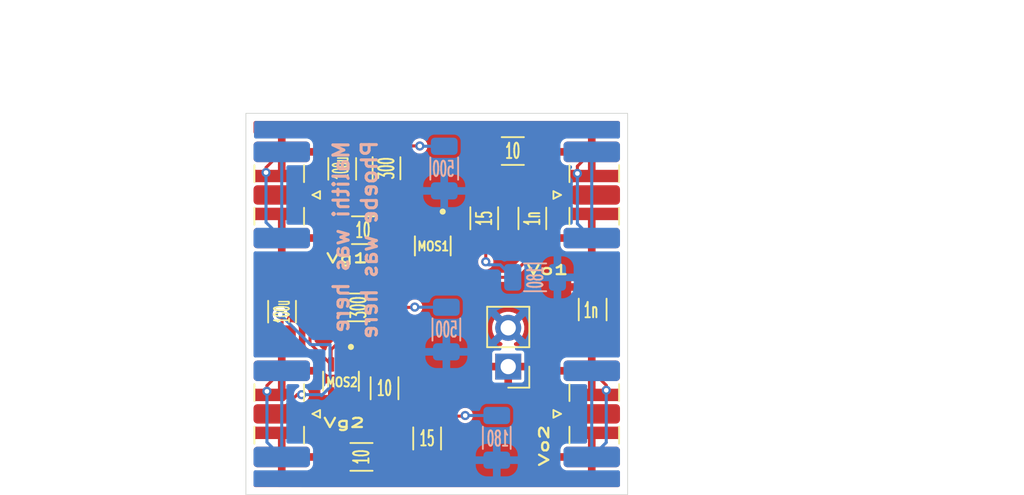
<source format=kicad_pcb>
(kicad_pcb (version 20241229) (generator "pcbnew") (generator_version "9.0")
  (layers (0 "F.Cu" signal) (2 "B.Cu" signal) (13 "F.Paste" user) (15 "B.Paste" user) (5 "F.SilkS" user "F.Silkscreen") (7 "B.SilkS" user "B.Silkscreen") (1 "F.Mask" user) (3 "B.Mask" user) (25 "Edge.Cuts" user))
  (net 0 "")
  (net 1 "/Vout1")
  (net 2 "Vgate1")
  (net 3 "Vgate2")
  (net 4 "Vdd")
  (net 5 "Net-(MOS2-G)")
  (net 9 "GND")
  (net 10 "/Vout2")
  (net 11 "Net-(MOS1-G)")
  (net 13 "Net-(R1-Pad2)")
  (net 14 "Net-(R2-Pad2)")
  (net 15 "Net-(R1-Pad1)")
  (net 16 "Net-(R10-Pad2)")
  (net 17 "Net-(R11-Pad2)")
  (net 18 "Net-(R12-Pad2)")
  (footprint "sim_foot:TRANS_JFE150DCKR" (layer "F.Cu") (at 106.23 117.56 -90)
    (property "Reference" "MOS2" (at 0.07 -0.06 0) (layer "F.SilkS") (effects (font (size 0.6 0.5) (thickness 0.125))))
    (property "Value" "JFE150DCKR" (hide yes))
    (fp_line (start -0.625 1.17) (end 0.625 1.17) (stroke (width 0.127)) (layer "F.SilkS"))
    (fp_line (start -0.625 -1.17) (end 0.625 -1.17) (stroke (width 0.127)) (layer "F.SilkS"))
    (fp_circle (center -2.25 -0.65) (end -2.15 -0.65) (stroke (width 0.2)) (fill no) (layer "F.SilkS"))
    (pad "1" smd roundrect (at -1.1 -0.65 270) (size 0.95 0.4) (layers "F.Cu" "F.Paste") (roundrect_rratio 0.125))
    (pad "2" smd roundrect (at -1.1 0 270) (size 0.95 0.4) (layers "F.Cu" "F.Paste") (roundrect_rratio 0.125))
    (pad "3" smd roundrect (at -1.1 0.65 270) (size 0.95 0.4) (layers "F.Cu" "F.Paste") (roundrect_rratio 0.125) (net 5 "Net-(MOS2-G)"))
    (pad "4" smd roundrect (at 1.1 0.65 270) (size 0.95 0.4) (layers "F.Cu" "F.Paste") (roundrect_rratio 0.125) (net 9 "GND"))
    (pad "5" smd roundrect (at 1.1 -0.65 270) (size 0.95 0.4) (layers "F.Cu" "F.Paste") (roundrect_rratio 0.125) (net 10 "/Vout2"))
  )
  (footprint "Connector_Coaxial:SMA_Samtec_SMA-J-P-H-ST-EM1_EdgeMount" (layer "F.Cu") (at 102.1 105.35 180)
    (property "Reference" "J1" (hide yes))
    (property "Value" "Conn_Coaxial" (hide yes))
    (fp_line (start 1.54 1.95) (end 1.54 0.84) (stroke (width 0.12)) (layer "F.SilkS"))
    (fp_line (start 1.54 -0.84) (end 1.54 -1.95) (stroke (width 0.12)) (layer "F.SilkS"))
    (fp_line (start -1.71 1.95) (end -1.71 0.84) (stroke (width 0.12)) (layer "F.SilkS"))
    (fp_line (start -1.71 -0.84) (end -1.71 -1.95) (stroke (width 0.12)) (layer "F.SilkS"))
    (fp_line (start -2.26 0) (end -2.76 -0.25) (stroke (width 0.12)) (layer "F.SilkS"))
    (fp_line (start -2.76 0.25) (end -2.26 0) (stroke (width 0.12)) (layer "F.SilkS"))
    (fp_line (start -2.76 -0.25) (end -2.76 0.25) (stroke (width 0.12)) (layer "F.SilkS"))
    (fp_text user "Vg1" (at -4.52 -4.15 180) (layer "F.SilkS") (effects (font (size 0.6 1))))
    (pad "1" smd roundrect (at 0 0 270) (size 1.27 3.2) (layers "F.Cu" "F.Mask") (roundrect_rratio 0.1968503937) (net 2 "Vgate1"))
    (pad "2" smd roundrect (at -0.25 -2.825 270) (size 1.35 3.7) (layers "F.Cu" "F.Mask") (roundrect_rratio 0.1851851852) (net 9 "GND"))
    (pad "2" smd roundrect (at -0.25 -2.825 270) (size 1.35 3.7) (layers "B.Cu" "B.Mask") (roundrect_rratio 0.1851851852) (net 9 "GND"))
    (pad "2" smd roundrect (at -0.25 2.825 270) (size 1.35 3.7) (layers "F.Cu" "F.Mask") (roundrect_rratio 0.1851851852) (net 9 "GND"))
    (pad "2" smd roundrect (at -0.25 2.825 270) (size 1.35 3.7) (layers "B.Cu" "B.Mask") (roundrect_rratio 0.1851851852) (net 9 "GND"))
  )
  (footprint "Connector_Coaxial:SMA_Samtec_SMA-J-P-H-ST-EM1_EdgeMount" (layer "F.Cu") (at 122.9 105.35)
    (property "Reference" "Vo1" (at -3.14 4.92 0) (layer "F.SilkS") (effects (font (size 0.6 1))))
    (property "Value" "Conn_Coaxial")
    (fp_line (start -2.76 -0.25) (end -2.76 0.25) (stroke (width 0.12)) (layer "F.SilkS"))
    (fp_line (start -2.76 0.25) (end -2.26 0) (stroke (width 0.12)) (layer "F.SilkS"))
    (fp_line (start -2.26 0) (end -2.76 -0.25) (stroke (width 0.12)) (layer "F.SilkS"))
    (fp_line (start -1.71 -0.84) (end -1.71 -1.95) (stroke (width 0.12)) (layer "F.SilkS"))
    (fp_line (start -1.71 1.95) (end -1.71 0.84) (stroke (width 0.12)) (layer "F.SilkS"))
    (fp_line (start 1.54 -0.84) (end 1.54 -1.95) (stroke (width 0.12)) (layer "F.SilkS"))
    (fp_line (start 1.54 1.95) (end 1.54 0.84) (stroke (width 0.12)) (layer "F.SilkS"))
    (pad "1" smd roundrect (at 0 0 90) (size 1.27 3.2) (layers "F.Cu" "F.Mask") (roundrect_rratio 0.1968503937) (net 1 "/Vout1"))
    (pad "2" smd roundrect (at -0.25 -2.825 90) (size 1.35 3.7) (layers "F.Cu" "F.Mask") (roundrect_rratio 0.1851851852) (net 9 "GND"))
    (pad "2" smd roundrect (at -0.25 -2.825 90) (size 1.35 3.7) (layers "B.Cu" "B.Mask") (roundrect_rratio 0.1851851852) (net 9 "GND"))
    (pad "2" smd roundrect (at -0.25 2.825 90) (size 1.35 3.7) (layers "F.Cu" "F.Mask") (roundrect_rratio 0.1851851852) (net 9 "GND"))
    (pad "2" smd roundrect (at -0.25 2.825 90) (size 1.35 3.7) (layers "B.Cu" "B.Mask") (roundrect_rratio 0.1851851852) (net 9 "GND"))
  )
  (footprint "Connector_PinHeader_2.54mm:PinHeader_1x02_P2.54mm_Vertical" (layer "F.Cu") (at 117.18 116.6 180)
    (property "Reference" "J5" (hide yes))
    (property "Value" "Conn_01x02_Pin" (hide yes))
    (fp_line (start 1.38 1.27) (end 1.38 3.92) (stroke (width 0.12)) (layer "F.SilkS"))
    (fp_line (start -1.38 3.92) (end 1.38 3.92) (stroke (width 0.12)) (layer "F.SilkS"))
    (fp_line (start -1.38 1.27) (end 1.38 1.27) (stroke (width 0.12)) (layer "F.SilkS"))
    (fp_line (start -1.38 1.27) (end -1.38 3.92) (stroke (width 0.12)) (layer "F.SilkS"))
    (fp_line (start -1.38 0) (end -1.38 -1.38) (stroke (width 0.12)) (layer "F.SilkS"))
    (fp_line (start -1.38 -1.38) (end 0 -1.38) (stroke (width 0.12)) (layer "F.SilkS"))
    (pad "1" thru_hole rect (at 0 0 180) (size 1.7 1.7) (drill 1) (layers "*.Cu" "*.Mask") (net 9 "GND"))
    (pad "2" thru_hole circle (at 0 2.54 180) (size 1.7 1.7) (drill 1) (layers "*.Cu" "*.Mask") (net 4 "Vdd"))
  )
  (footprint "Capacitor_SMD:C_1206_3216Metric" (layer "F.Cu") (at 102.37 113 90)
    (property "Reference" "C4" (hide yes))
    (property "Value" "100u" (at 0 0 90) (layer "F.SilkS") (effects (font (size 1 0.4) (thickness 0.1))))
    (fp_line (start -0.711252 -0.91) (end 0.711252 -0.91) (stroke (width 0.12)) (layer "F.SilkS"))
    (fp_line (start -0.711252 0.91) (end 0.711252 0.91) (stroke (width 0.12)) (layer "F.SilkS"))
    (pad "1" smd roundrect (at -1.475 0 90) (size 1.15 1.8) (layers "F.Cu" "F.Mask" "F.Paste") (roundrect_rratio 0.217391) (net 3 "Vgate2"))
    (pad "2" smd roundrect (at 1.475 0 90) (size 1.15 1.8) (layers "F.Cu" "F.Mask" "F.Paste") (roundrect_rratio 0.217391) (net 5 "Net-(MOS2-G)"))
  )
  (footprint "Resistor_SMD:R_1206_3216Metric" (layer "F.Cu") (at 111.87 121.31 -90)
    (property "Reference" "R2" (hide yes))
    (property "Value" "15" (at 0 0 0) (layer "F.SilkS") (effects (font (size 1 0.5) (thickness 0.125))))
    (fp_line (start -0.727064 0.91) (end 0.727064 0.91) (stroke (width 0.12)) (layer "F.SilkS"))
    (fp_line (start -0.727064 -0.91) (end 0.727064 -0.91) (stroke (width 0.12)) (layer "F.SilkS"))
    (pad "1" smd roundrect (at -1.4625 0 270) (size 1.125 1.75) (layers "F.Cu" "F.Mask" "F.Paste") (roundrect_rratio 0.222222) (net 16 "Net-(R10-Pad2)"))
    (pad "2" smd roundrect (at 1.4625 0 270) (size 1.125 1.75) (layers "F.Cu" "F.Mask" "F.Paste") (roundrect_rratio 0.222222) (net 14 "Net-(R2-Pad2)"))
  )
  (footprint "Capacitor_SMD:C_1206_3216Metric" (layer "F.Cu") (at 122.71 112.86 -90)
    (property "Reference" "C2" (hide yes))
    (property "Value" "1n" (at 0.05 0.1 0) (layer "F.SilkS") (effects (font (size 1 0.5) (thickness 0.125))))
    (fp_line (start -0.711252 0.91) (end 0.711252 0.91) (stroke (width 0.12)) (layer "F.SilkS"))
    (fp_line (start -0.711252 -0.91) (end 0.711252 -0.91) (stroke (width 0.12)) (layer "F.SilkS"))
    (pad "1" smd roundrect (at -1.475 0 270) (size 1.15 1.8) (layers "F.Cu" "F.Mask" "F.Paste") (roundrect_rratio 0.217391) (net 9 "GND"))
    (pad "2" smd roundrect (at 1.475 0 270) (size 1.15 1.8) (layers "F.Cu" "F.Mask" "F.Paste") (roundrect_rratio 0.217391) (net 10 "/Vout2"))
  )
  (footprint "Capacitor_SMD:C_1206_3216Metric" (layer "F.Cu") (at 118.76 106.89 -90)
    (property "Reference" "C1" (hide yes))
    (property "Value" "1n" (at 0 0 90) (layer "F.SilkS") (effects (font (size 1 0.5) (thickness 0.125))))
    (fp_line (start -0.711252 0.91) (end 0.711252 0.91) (stroke (width 0.12)) (layer "F.SilkS"))
    (fp_line (start -0.711252 -0.91) (end 0.711252 -0.91) (stroke (width 0.12)) (layer "F.SilkS"))
    (pad "1" smd roundrect (at -1.475 0 270) (size 1.15 1.8) (layers "F.Cu" "F.Mask" "F.Paste") (roundrect_rratio 0.217391) (net 9 "GND"))
    (pad "2" smd roundrect (at 1.475 0 270) (size 1.15 1.8) (layers "F.Cu" "F.Mask" "F.Paste") (roundrect_rratio 0.217391) (net 1 "/Vout1"))
  )
  (footprint "Resistor_SMD:R_1206_3216Metric" (layer "F.Cu") (at 107.38 112.72 180)
    (property "Reference" "R6" (hide yes))
    (property "Value" "300" (at 0 0 90) (layer "F.SilkS") (effects (font (size 1 0.5) (thickness 0.125))))
    (fp_line (start -0.727064 0.91) (end 0.727064 0.91) (stroke (width 0.12)) (layer "F.SilkS"))
    (fp_line (start -0.727064 -0.91) (end 0.727064 -0.91) (stroke (width 0.12)) (layer "F.SilkS"))
    (pad "1" smd roundrect (at -1.4625 0 180) (size 1.125 1.75) (layers "F.Cu" "F.Mask" "F.Paste") (roundrect_rratio 0.222222) (net 18 "Net-(R12-Pad2)"))
    (pad "2" smd roundrect (at 1.4625 0 180) (size 1.125 1.75) (layers "F.Cu" "F.Mask" "F.Paste") (roundrect_rratio 0.222222) (net 5 "Net-(MOS2-G)"))
  )
  (footprint "Resistor_SMD:R_1206_3216Metric" (layer "F.Cu") (at 115.61 106.88 90)
    (property "Reference" "R1" (hide yes))
    (property "Value" "15" (at 0 0 90) (layer "F.SilkS") (effects (font (size 1 0.5) (thickness 0.125))))
    (fp_line (start -0.727064 -0.91) (end 0.727064 -0.91) (stroke (width 0.12)) (layer "F.SilkS"))
    (fp_line (start -0.727064 0.91) (end 0.727064 0.91) (stroke (width 0.12)) (layer "F.SilkS"))
    (pad "1" smd roundrect (at -1.4625 0 90) (size 1.125 1.75) (layers "F.Cu" "F.Mask" "F.Paste") (roundrect_rratio 0.222222) (net 15 "Net-(R1-Pad1)"))
    (pad "2" smd roundrect (at 1.4625 0 90) (size 1.125 1.75) (layers "F.Cu" "F.Mask" "F.Paste") (roundrect_rratio 0.222222) (net 13 "Net-(R1-Pad2)"))
  )
  (footprint "Resistor_SMD:R_1206_3216Metric" (layer "F.Cu") (at 107.57 122.52 180)
    (property "Reference" "R4" (hide yes))
    (property "Value" "10" (at 0 0 90) (layer "F.SilkS") (effects (font (size 1 0.5) (thickness 0.125))))
    (fp_line (start -0.727064 0.91) (end 0.727064 0.91) (stroke (width 0.12)) (layer "F.SilkS"))
    (fp_line (start -0.727064 -0.91) (end 0.727064 -0.91) (stroke (width 0.12)) (layer "F.SilkS"))
    (pad "1" smd roundrect (at -1.4625 0 180) (size 1.125 1.75) (layers "F.Cu" "F.Mask" "F.Paste") (roundrect_rratio 0.222222) (net 14 "Net-(R2-Pad2)"))
    (pad "2" smd roundrect (at 1.4625 0 180) (size 1.125 1.75) (layers "F.Cu" "F.Mask" "F.Paste") (roundrect_rratio 0.222222) (net 10 "/Vout2"))
  )
  (footprint "Resistor_SMD:R_1206_3216Metric" (layer "F.Cu") (at 109.08 118.02 -90)
    (property "Reference" "R8" (hide yes))
    (property "Value" "10" (at 0 0 0) (layer "F.SilkS") (effects (font (size 1 0.5) (thickness 0.125))))
    (fp_line (start -0.727064 0.91) (end 0.727064 0.91) (stroke (width 0.12)) (layer "F.SilkS"))
    (fp_line (start -0.727064 -0.91) (end 0.727064 -0.91) (stroke (width 0.12)) (layer "F.SilkS"))
    (pad "1" smd roundrect (at -1.4625 0 270) (size 1.125 1.75) (layers "F.Cu" "F.Mask" "F.Paste") (roundrect_rratio 0.222222) (net 5 "Net-(MOS2-G)"))
    (pad "2" smd roundrect (at 1.4625 0 270) (size 1.125 1.75) (layers "F.Cu" "F.Mask" "F.Paste") (roundrect_rratio 0.222222) (net 9 "GND"))
  )
  (footprint "Connector_Coaxial:SMA_Samtec_SMA-J-P-H-ST-EM1_EdgeMount" (layer "F.Cu") (at 122.9 119.7)
    (property "Reference" "Vo2" (at -3.37 2.08 270) (layer "F.SilkS") (effects (font (size 0.6 1))))
    (property "Value" "Conn_Coaxial")
    (fp_line (start -2.76 -0.25) (end -2.76 0.25) (stroke (width 0.12)) (layer "F.SilkS"))
    (fp_line (start -2.76 0.25) (end -2.26 0) (stroke (width 0.12)) (layer "F.SilkS"))
    (fp_line (start -2.26 0) (end -2.76 -0.25) (stroke (width 0.12)) (layer "F.SilkS"))
    (fp_line (start -1.71 -0.84) (end -1.71 -1.95) (stroke (width 0.12)) (layer "F.SilkS"))
    (fp_line (start -1.71 1.95) (end -1.71 0.84) (stroke (width 0.12)) (layer "F.SilkS"))
    (fp_line (start 1.54 -0.84) (end 1.54 -1.95) (stroke (width 0.12)) (layer "F.SilkS"))
    (fp_line (start 1.54 1.95) (end 1.54 0.84) (stroke (width 0.12)) (layer "F.SilkS"))
    (pad "1" smd roundrect (at 0 0 90) (size 1.27 3.2) (layers "F.Cu" "F.Mask") (roundrect_rratio 0.1968503937) (net 10 "/Vout2"))
    (pad "2" smd roundrect (at -0.25 -2.825 90) (size 1.35 3.7) (layers "F.Cu" "F.Mask") (roundrect_rratio 0.1851851852) (net 9 "GND"))
    (pad "2" smd roundrect (at -0.25 -2.825 90) (size 1.35 3.7) (layers "B.Cu" "B.Mask") (roundrect_rratio 0.1851851852) (net 9 "GND"))
    (pad "2" smd roundrect (at -0.25 2.825 90) (size 1.35 3.7) (layers "F.Cu" "F.Mask") (roundrect_rratio 0.1851851852) (net 9 "GND"))
    (pad "2" smd roundrect (at -0.25 2.825 90) (size 1.35 3.7) (layers "B.Cu" "B.Mask") (roundrect_rratio 0.1851851852) (net 9 "GND"))
  )
  (footprint "Resistor_SMD:R_1206_3216Metric" (layer "F.Cu") (at 117.48 102.47)
    (property "Reference" "R3" (hide yes))
    (property "Value" "10" (at 0 0 0) (layer "F.SilkS") (effects (font (size 1 0.5) (thickness 0.125))))
    (fp_line (start -0.727064 -0.91) (end 0.727064 -0.91) (stroke (width 0.12)) (layer "F.SilkS"))
    (fp_line (start -0.727064 0.91) (end 0.727064 0.91) (stroke (width 0.12)) (layer "F.SilkS"))
    (pad "1" smd roundrect (at -1.4625 0) (size 1.125 1.75) (layers "F.Cu" "F.Mask" "F.Paste") (roundrect_rratio 0.222222) (net 13 "Net-(R1-Pad2)"))
    (pad "2" smd roundrect (at 1.4625 0) (size 1.125 1.75) (layers "F.Cu" "F.Mask" "F.Paste") (roundrect_rratio 0.222222) (net 1 "/Vout1"))
  )
  (footprint "Connector_Coaxial:SMA_Samtec_SMA-J-P-H-ST-EM1_EdgeMount" (layer "F.Cu") (at 102.1 119.7 180)
    (property "Reference" "J2" (hide yes))
    (property "Value" "Conn_Coaxial" (hide yes))
    (fp_line (start 1.54 1.95) (end 1.54 0.84) (stroke (width 0.12)) (layer "F.SilkS"))
    (fp_line (start 1.54 -0.84) (end 1.54 -1.95) (stroke (width 0.12)) (layer "F.SilkS"))
    (fp_line (start -1.71 1.95) (end -1.71 0.84) (stroke (width 0.12)) (layer "F.SilkS"))
    (fp_line (start -1.71 -0.84) (end -1.71 -1.95) (stroke (width 0.12)) (layer "F.SilkS"))
    (fp_line (start -2.26 0) (end -2.76 -0.25) (stroke (width 0.12)) (layer "F.SilkS"))
    (fp_line (start -2.76 0.25) (end -2.26 0) (stroke (width 0.12)) (layer "F.SilkS"))
    (fp_line (start -2.76 -0.25) (end -2.76 0.25) (stroke (width 0.12)) (layer "F.SilkS"))
    (fp_text user "Vg2" (at -4.33 -0.59 180) (layer "F.SilkS") (effects (font (size 0.6 1))))
    (pad "1" smd roundrect (at 0 0 270) (size 1.27 3.2) (layers "F.Cu" "F.Mask") (roundrect_rratio 0.1968503937) (net 3 "Vgate2"))
    (pad "2" smd roundrect (at -0.25 -2.825 270) (size 1.35 3.7) (layers "F.Cu" "F.Mask") (roundrect_rratio 0.1851851852) (net 9 "GND"))
    (pad "2" smd roundrect (at -0.25 -2.825 270) (size 1.35 3.7) (layers "B.Cu" "B.Mask") (roundrect_rratio 0.1851851852) (net 9 "GND"))
    (pad "2" smd roundrect (at -0.25 2.825 270) (size 1.35 3.7) (layers "F.Cu" "F.Mask") (roundrect_rratio 0.1851851852) (net 9 "GND"))
    (pad "2" smd roundrect (at -0.25 2.825 270) (size 1.35 3.7) (layers "B.Cu" "B.Mask") (roundrect_rratio 0.1851851852) (net 9 "GND"))
  )
  (footprint "sim_foot:TRANS_JFE150DCKR" (layer "F.Cu") (at 112.24 108.69 -90)
    (property "Reference" "MOS1" (at 0.03 -0.03 0) (layer "F.SilkS") (effects (font (size 0.6 0.5) (thickness 0.125))))
    (property "Value" "JFE150DCKR" (hide yes))
    (fp_line (start -0.625 1.17) (end 0.625 1.17) (stroke (width 0.127)) (layer "F.SilkS"))
    (fp_line (start -0.625 -1.17) (end 0.625 -1.17) (stroke (width 0.127)) (layer "F.SilkS"))
    (fp_circle (center -2.25 -0.65) (end -2.15 -0.65) (stroke (width 0.2)) (fill no) (layer "F.SilkS"))
    (pad "1" smd roundrect (at -1.1 -0.65 270) (size 0.95 0.4) (layers "F.Cu" "F.Paste") (roundrect_rratio 0.125))
    (pad "2" smd roundrect (at -1.1 0 270) (size 0.95 0.4) (layers "F.Cu" "F.Paste") (roundrect_rratio 0.125))
    (pad "3" smd roundrect (at -1.1 0.65 270) (size 0.95 0.4) (layers "F.Cu" "F.Paste") (roundrect_rratio 0.125) (net 11 "Net-(MOS1-G)"))
    (pad "4" smd roundrect (at 1.1 0.65 270) (size 0.95 0.4) (layers "F.Cu" "F.Paste") (roundrect_rratio 0.125) (net 9 "GND"))
    (pad "5" smd roundrect (at 1.1 -0.65 270) (size 0.95 0.4) (layers "F.Cu" "F.Paste") (roundrect_rratio 0.125) (net 1 "/Vout1"))
  )
  (footprint "Resistor_SMD:R_1206_3216Metric" (layer "F.Cu") (at 109.21 103.6 -90)
    (property "Reference" "R5" (hide yes))
    (property "Value" "300" (at 0 0 90) (layer "F.SilkS") (effects (font (size 1 0.5) (thickness 0.125))))
    (fp_line (start -0.727064 0.91) (end 0.727064 0.91) (stroke (width 0.12)) (layer "F.SilkS"))
    (fp_line (start -0.727064 -0.91) (end 0.727064 -0.91) (stroke (width 0.12)) (layer "F.SilkS"))
    (pad "1" smd roundrect (at -1.4625 0 270) (size 1.125 1.75) (layers "F.Cu" "F.Mask" "F.Paste") (roundrect_rratio 0.222222) (net 17 "Net-(R11-Pad2)"))
    (pad "2" smd roundrect (at 1.4625 0 270) (size 1.125 1.75) (layers "F.Cu" "F.Mask" "F.Paste") (roundrect_rratio 0.222222) (net 11 "Net-(MOS1-G)"))
  )
  (footprint "Capacitor_SMD:C_1206_3216Metric" (layer "F.Cu") (at 106.31 103.64 90)
    (property "Reference" "C3" (hide yes))
    (property "Value" "100u" (at 0.05 -0.09 90) (layer "F.SilkS") (effects (font (size 1 0.4) (thickness 0.1))))
    (fp_line (start -0.711252 -0.91) (end 0.711252 -0.91) (stroke (width 0.12)) (layer "F.SilkS"))
    (fp_line (start -0.711252 0.91) (end 0.711252 0.91) (stroke (width 0.12)) (layer "F.SilkS"))
    (pad "1" smd roundrect (at -1.475 0 90) (size 1.15 1.8) (layers "F.Cu" "F.Mask" "F.Paste") (roundrect_rratio 0.217391) (net 11 "Net-(MOS1-G)"))
    (pad "2" smd roundrect (at 1.475 0 90) (size 1.15 1.8) (layers "F.Cu" "F.Mask" "F.Paste") (roundrect_rratio 0.217391) (net 2 "Vgate1"))
  )
  (footprint "Resistor_SMD:R_1206_3216Metric" (layer "F.Cu") (at 107.67 107.66 180)
    (property "Reference" "R7" (hide yes))
    (property "Value" "10" (at 0 0 0) (layer "F.SilkS") (effects (font (size 1 0.5) (thickness 0.125))))
    (fp_line (start -0.727064 0.91) (end 0.727064 0.91) (stroke (width 0.12)) (layer "F.SilkS"))
    (fp_line (start -0.727064 -0.91) (end 0.727064 -0.91) (stroke (width 0.12)) (layer "F.SilkS"))
    (pad "1" smd roundrect (at -1.4625 0 180) (size 1.125 1.75) (layers "F.Cu" "F.Mask" "F.Paste") (roundrect_rratio 0.222222) (net 11 "Net-(MOS1-G)"))
    (pad "2" smd roundrect (at 1.4625 0 180) (size 1.125 1.75) (layers "F.Cu" "F.Mask" "F.Paste") (roundrect_rratio 0.222222) (net 9 "GND"))
  )
  (footprint "Resistor_SMD:R_1206_3216Metric" (layer "B.Cu") (at 118.94 110.75 180)
    (property "Reference" "R9" (hide yes))
    (property "Value" "180" (at -0.02 -0.01 90) (layer "B.SilkS") (effects (font (size 1 0.5) (thickness 0.125)) (justify mirror)))
    (fp_line (start -0.727064 0.91) (end 0.727064 0.91) (stroke (width 0.12)) (layer "B.SilkS"))
    (fp_line (start -0.727064 -0.91) (end 0.727064 -0.91) (stroke (width 0.12)) (layer "B.SilkS"))
    (pad "1" smd roundrect (at -1.4625 0 180) (size 1.125 1.75) (layers "B.Cu" "B.Mask" "B.Paste") (roundrect_rratio 0.222222) (net 4 "Vdd"))
    (pad "2" smd roundrect (at 1.4625 0 180) (size 1.125 1.75) (layers "B.Cu" "B.Mask" "B.Paste") (roundrect_rratio 0.222222) (net 15 "Net-(R1-Pad1)"))
  )
  (footprint "Resistor_SMD:R_1206_3216Metric" (layer "B.Cu") (at 113.13 114.17 90)
    (property "Reference" "R12" (hide yes))
    (property "Value" "500" (at -0.01 0 0) (layer "B.SilkS") (effects (font (size 1 0.5) (thickness 0.125)) (justify mirror)))
    (fp_line (start -0.727064 -0.91) (end 0.727064 -0.91) (stroke (width 0.12)) (layer "B.SilkS"))
    (fp_line (start -0.727064 0.91) (end 0.727064 0.91) (stroke (width 0.12)) (layer "B.SilkS"))
    (pad "1" smd roundrect (at -1.4625 0 90) (size 1.125 1.75) (layers "B.Cu" "B.Mask" "B.Paste") (roundrect_rratio 0.222222) (net 4 "Vdd"))
    (pad "2" smd roundrect (at 1.4625 0 90) (size 1.125 1.75) (layers "B.Cu" "B.Mask" "B.Paste") (roundrect_rratio 0.222222) (net 18 "Net-(R12-Pad2)"))
  )
  (footprint "Resistor_SMD:R_1206_3216Metric" (layer "B.Cu") (at 112.99 103.62 90)
    (property "Reference" "R11" (hide yes))
    (property "Value" "500" (at -0.03 -0.06 180) (layer "B.SilkS") (effects (font (size 1 0.5) (thickness 0.125)) (justify mirror)))
    (fp_line (start -0.727064 -0.91) (end 0.727064 -0.91) (stroke (width 0.12)) (layer "B.SilkS"))
    (fp_line (start -0.727064 0.91) (end 0.727064 0.91) (stroke (width 0.12)) (layer "B.SilkS"))
    (pad "1" smd roundrect (at -1.4625 0 90) (size 1.125 1.75) (layers "B.Cu" "B.Mask" "B.Paste") (roundrect_rratio 0.222222) (net 4 "Vdd"))
    (pad "2" smd roundrect (at 1.4625 0 90) (size 1.125 1.75) (layers "B.Cu" "B.Mask" "B.Paste") (roundrect_rratio 0.222222) (net 17 "Net-(R11-Pad2)"))
  )
  (footprint "Resistor_SMD:R_1206_3216Metric" (layer "B.Cu") (at 116.43 121.27 90)
    (property "Reference" "180" (at -0.06 0.07 0) (layer "B.SilkS") (effects (font (size 1 0.5) (thickness 0.125)) (justify mirror)))
    (property "Value" "180Ω")
    (fp_line (start -0.727064 -0.91) (end 0.727064 -0.91) (stroke (width 0.12)) (layer "B.SilkS"))
    (fp_line (start -0.727064 0.91) (end 0.727064 0.91) (stroke (width 0.12)) (layer "B.SilkS"))
    (pad "1" smd roundrect (at -1.4625 0 90) (size 1.125 1.75) (layers "B.Cu" "B.Mask" "B.Paste") (roundrect_rratio 0.222222) (net 4 "Vdd"))
    (pad "2" smd roundrect (at 1.4625 0 90) (size 1.125 1.75) (layers "B.Cu" "B.Mask" "B.Paste") (roundrect_rratio 0.222222) (net 16 "Net-(R10-Pad2)"))
  )
  (gr_rect (start 100 100) (end 125 125) (stroke (width 0.05)) (fill no) (layer "Edge.Cuts"))
  (gr_text "Malithi was here" (at 106.83 101.7 90) (layer "B.SilkS") (effects (font (size 1 1) (thickness 0.2) (bold yes)) (justify left bottom mirror)))
  (gr_text "Phoebe was here" (at 108.68 101.68 90) (layer "B.SilkS") (effects (font (size 1 1) (thickness 0.2) (bold yes)) (justify left bottom mirror)))
  (segment (start 118.82 109.03) (end 118.76 108.97) (width 0.2) (layer "F.Cu") (net 1))
  (segment (start 117.26 110.75) (end 118.82 109.19) (width 0.2) (layer "F.Cu") (net 1))
  (segment (start 118.82 109.19) (end 118.82 109.03) (width 0.2) (layer "F.Cu") (net 1))
  (segment (start 122.9 105.35) (end 121.27 105.35) (width 0.2) (layer "F.Cu") (net 1))
  (segment (start 119.94 104.02) (end 119.94 103.4675) (width 0.2) (layer "F.Cu") (net 1))
  (segment (start 118.76 108.97) (end 118.76 108.365) (width 0.2) (layer "F.Cu") (net 1))
  (segment (start 119.94 103.4675) (end 118.9425 102.47) (width 0.2) (layer "F.Cu") (net 1))
  (segment (start 121.775 105.35) (end 122.9 105.35) (width 0.2) (layer "F.Cu") (net 1))
  (segment (start 118.76 108.365) (end 121.775 105.35) (width 0.2) (layer "F.Cu") (net 1))
  (segment (start 113.85 110.75) (end 117.26 110.75) (width 0.2) (layer "F.Cu") (net 1))
  (segment (start 122.85 105.4) (end 122.9 105.35) (width 0.2) (layer "F.Cu") (net 1))
  (segment (start 121.27 105.35) (end 119.94 104.02) (width 0.2) (layer "F.Cu") (net 1))
  (segment (start 112.89 109.79) (end 113.85 110.75) (width 0.2) (layer "F.Cu") (net 1))
  (segment (start 105.34 103.135) (end 106.31 102.165) (width 0.2) (layer "F.Cu") (net 2))
  (segment (start 102.1 105.35) (end 103.77 105.35) (width 0.2) (layer "F.Cu") (net 2))
  (segment (start 103.77 105.35) (end 105.34 103.78) (width 0.2) (layer "F.Cu") (net 2))
  (segment (start 105.34 103.78) (end 105.34 103.135) (width 0.2) (layer "F.Cu") (net 2))
  (segment (start 102.1 119.7) (end 103.36 118.44) (width 0.2) (layer "F.Cu") (net 3))
  (segment (start 103.36 118.44) (end 103.65 118.44) (width 0.2) (layer "F.Cu") (net 3))
  (segment (start 102.37 114.475) (end 102.37 113.3) (width 0.2) (layer "F.Cu") (net 3))
  (segment (start 102.1 119.7) (end 103.7 119.7) (width 0.2) (layer "F.Cu") (net 3))
  (segment (start 102.37 113.3) (end 102.25 113.18) (width 0.2) (layer "F.Cu") (net 3))
  (via (at 103.65 118.44) (size 0.6) (drill 0.3) (layers "F.Cu" "B.Cu") (net 3))
  (via (at 102.25 113.18) (size 0.6) (drill 0.3) (layers "F.Cu" "B.Cu") (net 3))
  (segment (start 105.51 115.16) (end 105.51 117.95) (width 0.2) (layer "B.Cu") (net 3))
  (segment (start 104.23 115.16) (end 105.51 115.16) (width 0.2) (layer "B.Cu") (net 3))
  (segment (start 102.25 113.18) (end 104.23 115.16) (width 0.2) (layer "B.Cu") (net 3))
  (segment (start 104.96 118.5) (end 104.9 118.44) (width 0.2) (layer "B.Cu") (net 3))
  (segment (start 105.51 117.95) (end 104.96 118.5) (width 0.2) (layer "B.Cu") (net 3))
  (segment (start 104.9 118.44) (end 103.65 118.44) (width 0.2) (layer "B.Cu") (net 3))
  (segment (start 105.58 115.49) (end 106.33 114.74) (width 0.2) (layer "F.Cu") (net 5))
  (segment (start 108.5 114.74) (end 108.52 114.72) (width 0.2) (layer "F.Cu") (net 5))
  (segment (start 106.33 114.74) (end 108.5 114.74) (width 0.2) (layer "F.Cu") (net 5))
  (segment (start 108.52 114.72) (end 109.08 115.28) (width 0.2) (layer "F.Cu") (net 5))
  (segment (start 105.9175 112.72) (end 104.6475 113.99) (width 0.2) (layer "F.Cu") (net 5))
  (segment (start 103.505 111.525) (end 104.2 112.22) (width 0.2) (layer "F.Cu") (net 5))
  (segment (start 104.2 112.22) (end 104.2 114.09) (width 0.2) (layer "F.Cu") (net 5))
  (segment (start 109.08 115.28) (end 109.08 116.5575) (width 0.2) (layer "F.Cu") (net 5))
  (segment (start 104.2 115.13) (end 104.25 115.13) (width 0.2) (layer "F.Cu") (net 5))
  (segment (start 104.25 115.13) (end 105.58 116.46) (width 0.2) (layer "F.Cu") (net 5))
  (segment (start 104.6475 113.99) (end 104.3 113.99) (width 0.2) (layer "F.Cu") (net 5))
  (segment (start 105.58 116.46) (end 105.58 115.49) (width 0.2) (layer "F.Cu") (net 5))
  (segment (start 102.37 111.525) (end 103.505 111.525) (width 0.2) (layer "F.Cu") (net 5))
  (segment (start 104.3 113.99) (end 104.2 114.09) (width 0.2) (layer "F.Cu") (net 5))
  (segment (start 104.2 114.09) (end 104.2 115.13) (width 0.2) (layer "F.Cu") (net 5))
  (segment (start 122.65 102.525) (end 121.71 103.465) (width 0.2) (layer "F.Cu") (net 9))
  (segment (start 102.35 116.875) (end 101.38 117.845) (width 0.2) (layer "F.Cu") (net 9))
  (segment (start 122.525 108.05) (end 122.65 108.175) (width 0.2) (layer "F.Cu") (net 9))
  (segment (start 101.32 103.555) (end 101.32 103.88) (width 0.2) (layer "F.Cu") (net 9))
  (segment (start 122.46 108.365) (end 122.65 108.175) (width 0.2) (layer "F.Cu") (net 9))
  (segment (start 123.6 117.825) (end 123.6 118.15) (width 0.2) (layer "F.Cu") (net 9))
  (segment (start 121.71 103.465) (end 121.71 103.94) (width 0.2) (layer "F.Cu") (net 9))
  (segment (start 101.38 117.845) (end 101.38 118.22) (width 0.2) (layer "F.Cu") (net 9))
  (segment (start 122.65 116.875) (end 123.6 117.825) (width 0.2) (layer "F.Cu") (net 9))
  (segment (start 122.595 102.47) (end 122.65 102.525) (width 0.2) (layer "F.Cu") (net 9))
  (segment (start 102.35 102.525) (end 101.32 103.555) (width 0.2) (layer "F.Cu") (net 9))
  (segment (start 122.3225 122.8525) (end 122.65 122.525) (width 0.2) (layer "F.Cu") (net 9))
  (via (at 101.32 103.88) (size 0.6) (drill 0.3) (layers "F.Cu" "B.Cu") (net 9))
  (via (at 101.38 118.22) (size 0.6) (drill 0.3) (layers "F.Cu" "B.Cu") (net 9))
  (via (at 121.71 103.94) (size 0.6) (drill 0.3) (layers "F.Cu" "B.Cu") (net 9))
  (via (at 123.6 118.15) (size 0.6) (drill 0.3) (layers "F.Cu" "B.Cu") (net 9))
  (segment (start 101.38 121.555) (end 102.35 122.525) (width 0.2) (layer "B.Cu") (net 9))
  (segment (start 122.65 116.875) (end 122.65 122.525) (width 0.2) (layer "B.Cu") (net 9))
  (segment (start 123.6 118.15) (end 123.6 121.575) (width 0.2) (layer "B.Cu") (net 9))
  (segment (start 101.32 107.145) (end 102.35 108.175) (width 0.2) (layer "B.Cu") (net 9))
  (segment (start 102.35 116.875) (end 102.35 122.525) (width 0.2) (layer "B.Cu") (net 9))
  (segment (start 101.32 103.88) (end 101.32 107.145) (width 0.2) (layer "B.Cu") (net 9))
  (segment (start 102.35 102.525) (end 102.35 108.175) (width 0.2) (layer "B.Cu") (net 9))
  (segment (start 122.65 102.525) (end 122.65 108.175) (width 0.2) (layer "B.Cu") (net 9))
  (segment (start 123.6 121.575) (end 122.65 122.525) (width 0.2) (layer "B.Cu") (net 9))
  (segment (start 121.71 103.94) (end 121.71 107.235) (width 0.2) (layer "B.Cu") (net 9))
  (segment (start 121.71 107.235) (end 122.65 108.175) (width 0.2) (layer "B.Cu") (net 9))
  (segment (start 101.38 118.22) (end 101.38 121.555) (width 0.2) (layer "B.Cu") (net 9))
  (segment (start 122.71 114.335) (end 120.665 114.335) (width 0.2) (layer "F.Cu") (net 10))
  (segment (start 107.62 117.92) (end 114.6 117.92) (width 0.2) (layer "F.Cu") (net 10))
  (segment (start 106.88 118.66) (end 107.62 117.92) (width 0.2) (layer "F.Cu") (net 10))
  (segment (start 114.6 117.92) (end 115.22 118.54) (width 0.2) (layer "F.Cu") (net 10))
  (segment (start 120.68 119.7) (end 122.9 119.7) (width 0.2) (layer "F.Cu") (net 10))
  (segment (start 106.28 122.3475) (end 106.1075 122.52) (width 0.2) (layer "F.Cu") (net 10))
  (segment (start 106.88 118.66) (end 106.28 119.26) (width 0.2) (layer "F.Cu") (net 10))
  (segment (start 119.38 115.62) (end 119.38 118.4) (width 0.2) (layer "F.Cu") (net 10))
  (segment (start 120.665 114.335) (end 119.38 115.62) (width 0.2) (layer "F.Cu") (net 10))
  (segment (start 119.38 118.4) (end 120.68 119.7) (width 0.2) (layer "F.Cu") (net 10))
  (segment (start 115.22 118.54) (end 119.24 118.54) (width 0.2) (layer "F.Cu") (net 10))
  (segment (start 119.24 118.54) (end 119.38 118.4) (width 0.2) (layer "F.Cu") (net 10))
  (segment (start 106.28 119.26) (end 106.28 122.3475) (width 0.2) (layer "F.Cu") (net 10))
  (segment (start 111.59 107.59) (end 111.52 107.66) (width 0.2) (layer "F.Cu") (net 11))
  (segment (start 109.1575 105.115) (end 109.21 105.0625) (width 0.2) (layer "F.Cu") (net 11))
  (segment (start 109.21 105.0625) (end 109.98 105.8325) (width 0.2) (layer "F.Cu") (net 11))
  (segment (start 109.98 105.8325) (end 109.98 106.8125) (width 0.2) (layer "F.Cu") (net 11))
  (segment (start 106.31 105.115) (end 109.1575 105.115) (width 0.2) (layer "F.Cu") (net 11))
  (segment (start 109.98 106.8125) (end 109.1325 107.66) (width 0.2) (layer "F.Cu") (net 11))
  (segment (start 111.52 107.66) (end 109.1325 107.66) (width 0.2) (layer "F.Cu") (net 11))
  (segment (start 116.0175 105.01) (end 115.61 105.4175) (width 0.2) (layer "F.Cu") (net 13))
  (segment (start 116.0175 102.47) (end 116.0175 105.01) (width 0.2) (layer "F.Cu") (net 13))
  (segment (start 111.87 122.7725) (end 109.285 122.7725) (width 0.2) (layer "F.Cu") (net 14))
  (segment (start 109.285 122.7725) (end 109.0325 122.52) (width 0.2) (layer "F.Cu") (net 14))
  (segment (start 115.71 109.73) (end 115.71 108.4425) (width 0.2) (layer "F.Cu") (net 15))
  (segment (start 115.71 108.4425) (end 115.61 108.3425) (width 0.2) (layer "F.Cu") (net 15))
  (via (at 115.71 109.73) (size 0.6) (drill 0.3) (layers "F.Cu" "B.Cu") (net 15))
  (segment (start 116.6575 109.93) (end 117.4775 110.75) (width 0.2) (layer "B.Cu") (net 15))
  (segment (start 115.91 109.93) (end 116.6575 109.93) (width 0.2) (layer "B.Cu") (net 15))
  (segment (start 115.71 109.73) (end 115.91 109.93) (width 0.2) (layer "B.Cu") (net 15))
  (segment (start 111.87 119.8475) (end 114.3225 119.8475) (width 0.2) (layer "F.Cu") (net 16))
  (segment (start 114.3225 119.8475) (end 114.3625 119.8075) (width 0.2) (layer "F.Cu") (net 16))
  (via (at 114.3625 119.8075) (size 0.6) (drill 0.3) (layers "F.Cu" "B.Cu") (net 16))
  (segment (start 116.43 119.8075) (end 114.3625 119.8075) (width 0.2) (layer "B.Cu") (net 16))
  (segment (start 111.39 102.14) (end 111.3875 102.1375) (width 0.2) (layer "F.Cu") (net 17))
  (segment (start 111.3875 102.1375) (end 109.21 102.1375) (width 0.2) (layer "F.Cu") (net 17))
  (via (at 111.39 102.14) (size 0.6) (drill 0.3) (layers "F.Cu" "B.Cu") (net 17))
  (segment (start 111.4075 102.1575) (end 111.39 102.14) (width 0.2) (layer "B.Cu") (net 17))
  (segment (start 112.99 102.1575) (end 111.4075 102.1575) (width 0.2) (layer "B.Cu") (net 17))
  (segment (start 108.8425 112.72) (end 111.04 112.72) (width 0.2) (layer "F.Cu") (net 18))
  (segment (start 111.04 112.72) (end 111.06 112.7) (width 0.2) (layer "F.Cu") (net 18))
  (via (at 111.06 112.7) (size 0.6) (drill 0.3) (layers "F.Cu" "B.Cu") (net 18))
  (segment (start 113.13 112.7075) (end 111.0675 112.7075) (width 0.2) (layer "B.Cu") (net 18))
  (segment (start 111.0675 112.7075) (end 111.06 112.7) (width 0.2) (layer "B.Cu") (net 18))
  (zone (net 9) (net_name "GND") (layer "F.Cu") (priority 1) (connect_pads (clearance 0)) (min_thickness 0.25) (fill yes (thermal_gap 0.5) (thermal_bridge_width 0.5))
    (polygon (pts (xy 100.27 100.3) (xy 124.68 100.35) (xy 124.65 124.59) (xy 100.21 124.73) (xy 100.28 100.3) (xy 100.3 100.3)))
  )
  (zone (net 4) (net_name "Vdd") (layer "B.Cu") (connect_pads (clearance 0)) (min_thickness 0.25) (fill yes (thermal_gap 0.5) (thermal_bridge_width 0.5))
    (polygon (pts (xy 100.55 100.41) (xy 124.56 100.44) (xy 124.6 124.56) (xy 100.42 124.49) (xy 100.54 100.41) (xy 100.81 100.41)))
  )
)
</source>
